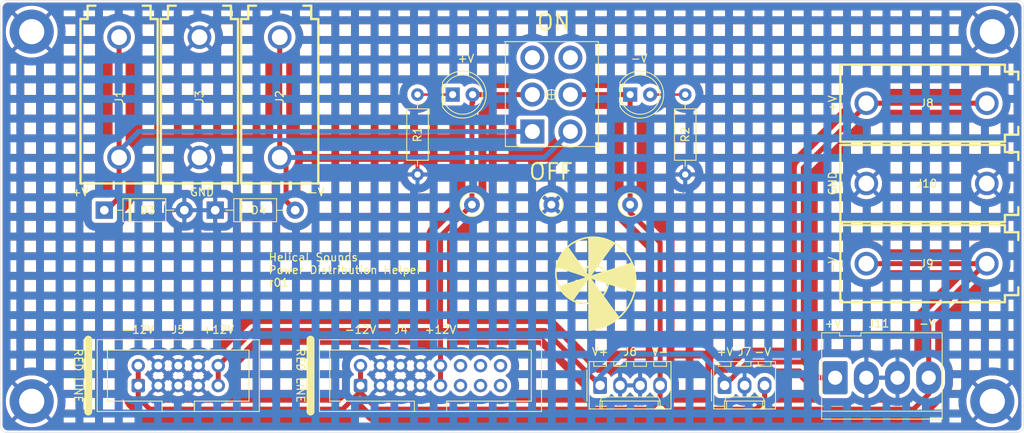
<source format=kicad_pcb>
(kicad_pcb (version 20240108) (generator "pcbnew") (generator_version "8.0")
  (title_block (title "Power Distribution Helper") (date "2025-02-13") (rev "r01") (company "Helical Sounds") (comment 2 "creativecommons.org/licenses/by/4.0") (comment 3 "License: CC BY 4.0") (comment 4 "Author: Guy John"))
  (layers (0 "F.Cu" signal) (31 "B.Cu" signal) (36 "B.SilkS" user "B.Silkscreen") (37 "F.SilkS" user "F.Silkscreen") (38 "B.Mask" user) (39 "F.Mask" user) (44 "Edge.Cuts" user))
  (net 0 "")
  (net 1 "Net-(D1-K)")
  (net 2 "+12V")
  (net 3 "Net-(D2-A)")
  (net 4 "-12V")
  (net 5 "Net-(D3-K)")
  (net 6 "GND")
  (net 7 "Net-(D4-A)")
  (footprint "Rumblesan_Audio_Connectors:Deltron_571_PCB_BananaJack" (layer "F.Cu") (at 194.3 83.1)
    (property "Reference" "J8" (at -7.62 0 0) (layer "F.SilkS"))
    (property "Value" "Banana Socket PCBMount")
    (fp_line (start -18.6 -4.9) (end 2.3 -4.9) (stroke (width 0.3)) (layer "F.SilkS"))
    (fp_line (start -18.6 4.9) (end -18.6 -4.9) (stroke (width 0.3)) (layer "F.SilkS"))
    (fp_line (start 2.3 -4.9) (end 2.3 -4) (stroke (width 0.3)) (layer "F.SilkS"))
    (fp_line (start 2.3 -4) (end 4 -4) (stroke (width 0.3)) (layer "F.SilkS"))
    (fp_line (start 2.3 4) (end 2.3 4.9) (stroke (width 0.3)) (layer "F.SilkS"))
    (fp_line (start 2.3 4.9) (end -18.6 4.9) (stroke (width 0.3)) (layer "F.SilkS"))
    (fp_line (start 4 -4) (end 4 -3) (stroke (width 0.3)) (layer "F.SilkS"))
    (fp_line (start 4 3) (end 4 4) (stroke (width 0.3)) (layer "F.SilkS"))
    (fp_line (start 4 4) (end 2.3 4) (stroke (width 0.3)) (layer "F.SilkS"))
    (pad "1" thru_hole circle (at -15.3 0) (size 3 3) (drill 2) (layers "*.Cu" "*.Mask") (net 2 "+12V"))
    (pad "1" thru_hole circle (at 0 0) (size 3 3) (drill 2) (layers "*.Cu" "*.Mask") (net 2 "+12V"))
  )
  (footprint "MountingHole:MountingHole_3.2mm_M3_DIN965_Pad" (layer "F.Cu") (at 195 74)
    (property "Reference" "H3" (hide yes))
    (property "Value" "MountingHole_Pad" (hide yes))
    (pad "1" thru_hole circle (at 0 0) (size 5.6 5.6) (drill 3.2) (layers "*.Cu" "*.Mask") (net 6 "GND"))
  )
  (footprint "Rumblesan_Standard_Parts:TestPoint_Loop_D2.50mm_Drill1.0mm_LowProfile" (layer "F.Cu") (at 139 96)
    (property "Reference" "TP3" (hide yes))
    (property "Value" "TestPoint" (hide yes))
    (fp_circle (center 0 0) (end 1.5 0) (stroke (width 0.12)) (fill none) (layer "F.SilkS"))
    (pad "1" thru_hole circle (at 0 0) (size 2 2) (drill 1) (layers "*.Cu" "*.Mask") (net 6 "GND"))
  )
  (footprint "Rumblesan_Audio_Connectors:Deltron_571_PCB_BananaJack" (layer "F.Cu") (at 194.3 103.5)
    (property "Reference" "J9" (at -7.62 0 0) (layer "F.SilkS"))
    (property "Value" "Banana Socket PCBMount")
    (fp_line (start -18.6 -4.9) (end 2.3 -4.9) (stroke (width 0.3)) (layer "F.SilkS"))
    (fp_line (start -18.6 4.9) (end -18.6 -4.9) (stroke (width 0.3)) (layer "F.SilkS"))
    (fp_line (start 2.3 -4.9) (end 2.3 -4) (stroke (width 0.3)) (layer "F.SilkS"))
    (fp_line (start 2.3 -4) (end 4 -4) (stroke (width 0.3)) (layer "F.SilkS"))
    (fp_line (start 2.3 4) (end 2.3 4.9) (stroke (width 0.3)) (layer "F.SilkS"))
    (fp_line (start 2.3 4.9) (end -18.6 4.9) (stroke (width 0.3)) (layer "F.SilkS"))
    (fp_line (start 4 -4) (end 4 -3) (stroke (width 0.3)) (layer "F.SilkS"))
    (fp_line (start 4 3) (end 4 4) (stroke (width 0.3)) (layer "F.SilkS"))
    (fp_line (start 4 4) (end 2.3 4) (stroke (width 0.3)) (layer "F.SilkS"))
    (pad "1" thru_hole circle (at -15.3 0) (size 3 3) (drill 2) (layers "*.Cu" "*.Mask") (net 4 "-12V"))
    (pad "1" thru_hole circle (at 0 0) (size 3 3) (drill 2) (layers "*.Cu" "*.Mask") (net 4 "-12V"))
  )
  (footprint "MountingHole:MountingHole_3.2mm_M3_DIN965_Pad" (layer "F.Cu") (at 73 74)
    (property "Reference" "H1" (hide yes))
    (property "Value" "MountingHole_Pad" (hide yes))
    (pad "1" thru_hole circle (at 0 0) (size 5.6 5.6) (drill 3.2) (layers "*.Cu" "*.Mask") (net 6 "GND"))
  )
  (footprint "Rumblesan_Standard_Parts:SW_DPDT_DailyWell_MiniToggle" (layer "F.Cu") (at 139 82 90)
    (property "Reference" "SW1" (hide yes))
    (property "Value" "SW_DPDT_x2" (hide yes))
    (fp_line (start 6.731 -5.969) (end 6.731 5.969) (stroke (width 0.12)) (layer "F.SilkS"))
    (fp_line (start -6.604 -5.842) (end 6.604 -5.842) (stroke (width 0.12)) (layer "F.SilkS"))
    (fp_line (start 0 -0.635) (end 0 0.635) (stroke (width 0.12)) (layer "F.SilkS"))
    (fp_line (start 0.635 0) (end -0.635 0) (stroke (width 0.12)) (layer "F.SilkS"))
    (fp_line (start -6.604 5.842) (end -6.604 -5.842) (stroke (width 0.12)) (layer "F.SilkS"))
    (fp_line (start 6.731 5.969) (end -6.731 5.969) (stroke (width 0.12)) (layer "F.SilkS"))
    (fp_circle (center 0 0) (end 0.635 0) (stroke (width 0.12)) (fill none) (layer "F.SilkS"))
    (pad "1" thru_hole rect (at -4.699 -2.413 90) (size 3.048 3.048) (drill 1.905) (layers "*.Cu" "*.Mask") (net 5 "Net-(D3-K)"))
    (pad "2" thru_hole circle (at 0 -2.413 90) (size 3.048 3.048) (drill 1.905) (layers "*.Cu" "*.Mask") (net 2 "+12V"))
    (pad "3" thru_hole circle (at 4.699 -2.413 90) (size 3.048 3.048) (drill 1.905) (layers "*.Cu" "*.Mask"))
    (pad "4" thru_hole circle (at -4.699 2.413 90) (size 3.048 3.048) (drill 1.905) (layers "*.Cu" "*.Mask") (net 7 "Net-(D4-A)"))
    (pad "5" thru_hole circle (at 0 2.413 90) (size 3.048 3.048) (drill 1.905) (layers "*.Cu" "*.Mask") (net 4 "-12V"))
    (pad "6" thru_hole circle (at 4.699 2.413 90) (size 3.048 3.048) (drill 1.905) (layers "*.Cu" "*.Mask"))
  )
  (footprint "Rumblesan_Standard_Parts:R_Axial_DIN0207_L6.3mm_D2.5mm_P10.16mm_Horizontal" (layer "F.Cu") (at 156 82 -90)
    (property "Reference" "R2" (at 5.08 0 90) (layer "F.SilkS"))
    (property "Value" "2k2")
    (fp_line (start 1.81 1.37) (end 8.35 1.37) (stroke (width 0.12)) (layer "F.SilkS"))
    (fp_line (start 8.35 1.37) (end 8.35 -1.37) (stroke (width 0.12)) (layer "F.SilkS"))
    (fp_line (start 1.04 0) (end 1.81 0) (stroke (width 0.12)) (layer "F.SilkS"))
    (fp_line (start 9.12 0) (end 8.35 0) (stroke (width 0.12)) (layer "F.SilkS"))
    (fp_line (start 1.81 -1.37) (end 1.81 1.37) (stroke (width 0.12)) (layer "F.SilkS"))
    (fp_line (start 8.35 -1.37) (end 1.81 -1.37) (stroke (width 0.12)) (layer "F.SilkS"))
    (pad "1" thru_hole circle (at 0 0 270) (size 1.6 1.6) (drill 0.8) (layers "*.Cu" "*.Mask") (net 3 "Net-(D2-A)"))
    (pad "2" thru_hole oval (at 10.16 0 270) (size 1.6 1.6) (drill 0.8) (layers "*.Cu" "*.Mask") (net 6 "GND"))
  )
  (footprint "Rumblesan_Audio_Connectors:Deltron_571_PCB_BananaJack" (layer "F.Cu") (at 84.1 74.7 90)
    (property "Reference" "J1" (at -7.62 0 90) (layer "F.SilkS"))
    (property "Value" "Banana Socket PCBMount")
    (fp_line (start 2.3 -4.9) (end 2.3 -4) (stroke (width 0.3)) (layer "F.SilkS"))
    (fp_line (start -18.6 -4.9) (end 2.3 -4.9) (stroke (width 0.3)) (layer "F.SilkS"))
    (fp_line (start 4 -4) (end 4 -3) (stroke (width 0.3)) (layer "F.SilkS"))
    (fp_line (start 2.3 -4) (end 4 -4) (stroke (width 0.3)) (layer "F.SilkS"))
    (fp_line (start 4 3) (end 4 4) (stroke (width 0.3)) (layer "F.SilkS"))
    (fp_line (start 4 4) (end 2.3 4) (stroke (width 0.3)) (layer "F.SilkS"))
    (fp_line (start 2.3 4) (end 2.3 4.9) (stroke (width 0.3)) (layer "F.SilkS"))
    (fp_line (start 2.3 4.9) (end -18.6 4.9) (stroke (width 0.3)) (layer "F.SilkS"))
    (fp_line (start -18.6 4.9) (end -18.6 -4.9) (stroke (width 0.3)) (layer "F.SilkS"))
    (pad "1" thru_hole circle (at -15.3 0 90) (size 3 3) (drill 2) (layers "*.Cu" "*.Mask") (net 5 "Net-(D3-K)"))
    (pad "1" thru_hole circle (at 0 0 90) (size 3 3) (drill 2) (layers "*.Cu" "*.Mask") (net 5 "Net-(D3-K)"))
  )
  (footprint "Rumblesan_Standard_Parts:TestPoint_Loop_D2.50mm_Drill1.0mm_LowProfile" (layer "F.Cu") (at 128.913 96)
    (property "Reference" "TP1" (hide yes))
    (property "Value" "TestPoint" (hide yes))
    (fp_circle (center 0 0) (end 1.5 0) (stroke (width 0.12)) (fill none) (layer "F.SilkS"))
    (pad "1" thru_hole circle (at 0 0) (size 2 2) (drill 1) (layers "*.Cu" "*.Mask") (net 2 "+12V"))
  )
  (footprint "Rumblesan_Audio_Connectors:Deltron_571_PCB_BananaJack" (layer "F.Cu") (at 94.305 74.7 90)
    (property "Reference" "J3" (at -7.62 0 90) (layer "F.SilkS"))
    (property "Value" "Banana Socket PCBMount")
    (fp_line (start 2.3 -4.9) (end 2.3 -4) (stroke (width 0.3)) (layer "F.SilkS"))
    (fp_line (start -18.6 -4.9) (end 2.3 -4.9) (stroke (width 0.3)) (layer "F.SilkS"))
    (fp_line (start 4 -4) (end 4 -3) (stroke (width 0.3)) (layer "F.SilkS"))
    (fp_line (start 2.3 -4) (end 4 -4) (stroke (width 0.3)) (layer "F.SilkS"))
    (fp_line (start 4 3) (end 4 4) (stroke (width 0.3)) (layer "F.SilkS"))
    (fp_line (start 4 4) (end 2.3 4) (stroke (width 0.3)) (layer "F.SilkS"))
    (fp_line (start 2.3 4) (end 2.3 4.9) (stroke (width 0.3)) (layer "F.SilkS"))
    (fp_line (start 2.3 4.9) (end -18.6 4.9) (stroke (width 0.3)) (layer "F.SilkS"))
    (fp_line (start -18.6 4.9) (end -18.6 -4.9) (stroke (width 0.3)) (layer "F.SilkS"))
    (pad "1" thru_hole circle (at -15.3 0 90) (size 3 3) (drill 2) (layers "*.Cu" "*.Mask") (net 6 "GND"))
    (pad "1" thru_hole circle (at 0 0 90) (size 3 3) (drill 2) (layers "*.Cu" "*.Mask") (net 6 "GND"))
  )
  (footprint "Rumblesan_Eurorack_Power:Eurorack_Power_IDC-Header_2x05_P2.54mm_Vertical" (layer "F.Cu") (at 86.5325 119 90)
    (property "Reference" "J5" (at 7.1 5.0675 180) (layer "F.SilkS"))
    (property "Value" "Conn_02x05_Odd_Even" (hide yes))
    (fp_line (start -3.302 -6.35) (end 5.842 -6.35) (stroke (width 1)) (layer "F.SilkS"))
    (fp_line (start 5.83 -5.21) (end 5.83 15.37) (stroke (width 0.12)) (layer "F.SilkS"))
    (fp_line (start -3.29 -5.21) (end 5.83 -5.21) (stroke (width 0.12)) (layer "F.SilkS"))
    (fp_line (start 4.52 -3.91) (end 4.52 14.07) (stroke (width 0.12)) (layer "F.SilkS"))
    (fp_line (start -1.98 -3.91) (end 4.52 -3.91) (stroke (width 0.12)) (layer "F.SilkS"))
    (fp_line (start -1.98 3.03) (end -1.98 -3.91) (stroke (width 0.12)) (layer "F.SilkS"))
    (fp_line (start -3.29 3.03) (end -1.98 3.03) (stroke (width 0.12)) (layer "F.SilkS"))
    (fp_line (start -1.98 7.13) (end -1.98 7.13) (stroke (width 0.12)) (layer "F.SilkS"))
    (fp_line (start -1.98 7.13) (end -3.29 7.13) (stroke (width 0.12)) (layer "F.SilkS"))
    (fp_line (start 4.52 14.07) (end -1.98 14.07) (stroke (width 0.12)) (layer "F.SilkS"))
    (fp_line (start -1.98 14.07) (end -1.98 7.13) (stroke (width 0.12)) (layer "F.SilkS"))
    (fp_line (start 5.83 15.37) (end -3.29 15.37) (stroke (width 0.12)) (layer "F.SilkS"))
    (fp_line (start -3.29 15.37) (end -3.29 -5.21) (stroke (width 0.12)) (layer "F.SilkS"))
    (fp_text user "RED LINE" (at 1.27 -7.62 -90) (layer "F.SilkS"))
    (fp_text user "+12V" (at 7.1 10.16 0) (layer "F.SilkS"))
    (fp_text user "-12V" (at 7.1 0 0) (layer "F.SilkS"))
    (pad "1" thru_hole roundrect (at 0 0 90) (size 1.7 1.7) (drill 1) (layers "*.Cu" "*.Mask") (roundrect_rratio 0.147059) (net 4 "-12V"))
    (pad "2" thru_hole circle (at 2.54 0 90) (size 1.7 1.7) (drill 1) (layers "*.Cu" "*.Mask") (net 4 "-12V"))
    (pad "3" thru_hole circle (at 0 2.54 90) (size 1.7 1.7) (drill 1) (layers "*.Cu" "*.Mask") (net 6 "GND"))
    (pad "4" thru_hole circle (at 2.54 2.54 90) (size 1.7 1.7) (drill 1) (layers "*.Cu" "*.Mask") (net 6 "GND"))
    (pad "5" thru_hole circle (at 0 5.08 90) (size 1.7 1.7) (drill 1) (layers "*.Cu" "*.Mask") (net 6 "GND"))
    (pad "6" thru_hole circle (at 2.54 5.08 90) (size 1.7 1.7) (drill 1) (layers "*.Cu" "*.Mask") (net 6 "GND"))
    (pad "7" thru_hole circle (at 0 7.62 90) (size 1.7 1.7) (drill 1) (layers "*.Cu" "*.Mask") (net 6 "GND"))
    (pad "8" thru_hole circle (at 2.54 7.62 90) (size 1.7 1.7) (drill 1) (layers "*.Cu" "*.Mask") (net 6 "GND"))
    (pad "9" thru_hole circle (at 0 10.16 90) (size 1.7 1.7) (drill 1) (layers "*.Cu" "*.Mask") (net 2 "+12V"))
    (pad "10" thru_hole circle (at 2.54 10.16 90) (size 1.7 1.7) (drill 1) (layers "*.Cu" "*.Mask") (net 2 "+12V"))
  )
  (footprint "Rumblesan_Standard_Parts:D_DO-41_SOD81_P10.16mm_Horizontal" (layer "F.Cu") (at 96.305 96.7)
    (property "Reference" "D4" (at 5.5118 0 0) (layer "F.SilkS"))
    (property "Value" "1N4001")
    (fp_line (start 1.34 0) (end 2.36 0) (stroke (width 0.12)) (layer "F.SilkS"))
    (fp_line (start 2.36 -1.47) (end 2.36 1.47) (stroke (width 0.12)) (layer "F.SilkS"))
    (fp_line (start 2.36 1.47) (end 7.8 1.47) (stroke (width 0.12)) (layer "F.SilkS"))
    (fp_line (start 3.14 -1.47) (end 3.14 1.47) (stroke (width 0.12)) (layer "F.SilkS"))
    (fp_line (start 3.26 -1.47) (end 3.26 1.47) (stroke (width 0.12)) (layer "F.SilkS"))
    (fp_line (start 3.38 -1.47) (end 3.38 1.47) (stroke (width 0.12)) (layer "F.SilkS"))
    (fp_line (start 7.8 -1.47) (end 2.36 -1.47) (stroke (width 0.12)) (layer "F.SilkS"))
    (fp_line (start 7.8 1.47) (end 7.8 -1.47) (stroke (width 0.12)) (layer "F.SilkS"))
    (fp_line (start 8.82 0) (end 7.8 0) (stroke (width 0.12)) (layer "F.SilkS"))
    (pad "1" thru_hole rect (at 0 0) (size 2.2 2.2) (drill 1.1) (layers "*.Cu" "*.Mask") (net 6 "GND"))
    (pad "2" thru_hole oval (at 10.16 0) (size 2.2 2.2) (drill 1.1) (layers "*.Cu" "*.Mask") (net 7 "Net-(D4-A)"))
  )
  (footprint "Connector_Molex:Molex_KK-254_AE-6410-03A_1x03_P2.54mm_Vertical" (layer "F.Cu") (at 161 118.98)
    (property "Reference" "J7" (at 2.54 -4.28 0) (layer "F.SilkS"))
    (property "Value" "Conn_01x03")
    (fp_line (start -1.67 -2) (end -1.67 2) (stroke (width 0.12)) (layer "F.SilkS"))
    (fp_line (start -1.38 -3.03) (end -1.38 2.99) (stroke (width 0.12)) (layer "F.SilkS"))
    (fp_line (start -1.38 2.99) (end 6.46 2.99) (stroke (width 0.12)) (layer "F.SilkS"))
    (fp_line (start -0.8 -3.03) (end -0.8 -2.43) (stroke (width 0.12)) (layer "F.SilkS"))
    (fp_line (start -0.8 -2.43) (end 0.8 -2.43) (stroke (width 0.12)) (layer "F.SilkS"))
    (fp_line (start 0 1.99) (end 0.25 1.46) (stroke (width 0.12)) (layer "F.SilkS"))
    (fp_line (start 0 1.99) (end 5.08 1.99) (stroke (width 0.12)) (layer "F.SilkS"))
    (fp_line (start 0 2.99) (end 0 1.99) (stroke (width 0.12)) (layer "F.SilkS"))
    (fp_line (start 0.25 1.46) (end 4.83 1.46) (stroke (width 0.12)) (layer "F.SilkS"))
    (fp_line (start 0.25 2.99) (end 0.25 1.99) (stroke (width 0.12)) (layer "F.SilkS"))
    (fp_line (start 0.8 -2.43) (end 0.8 -3.03) (stroke (width 0.12)) (layer "F.SilkS"))
    (fp_line (start 1.74 -3.03) (end 1.74 -2.43) (stroke (width 0.12)) (layer "F.SilkS"))
    (fp_line (start 1.74 -2.43) (end 3.34 -2.43) (stroke (width 0.12)) (layer "F.SilkS"))
    (fp_line (start 3.34 -2.43) (end 3.34 -3.03) (stroke (width 0.12)) (layer "F.SilkS"))
    (fp_line (start 4.28 -3.03) (end 4.28 -2.43) (stroke (width 0.12)) (layer "F.SilkS"))
    (fp_line (start 4.28 -2.43) (end 5.88 -2.43) (stroke (width 0.12)) (layer "F.SilkS"))
    (fp_line (start 4.83 1.46) (end 5.08 1.99) (stroke (width 0.12)) (layer "F.SilkS"))
    (fp_line (start 4.83 2.99) (end 4.83 1.99) (stroke (width 0.12)) (layer "F.SilkS"))
    (fp_line (start 5.08 1.99) (end 5.08 2.99) (stroke (width 0.12)) (layer "F.SilkS"))
    (fp_line (start 5.88 -2.43) (end 5.88 -3.03) (stroke (width 0.12)) (layer "F.SilkS"))
    (fp_line (start 6.46 -3.03) (end -1.38 -3.03) (stroke (width 0.12)) (layer "F.SilkS"))
    (fp_line (start 6.46 2.99) (end 6.46 -3.03) (stroke (width 0.12)) (layer "F.SilkS"))
    (pad "1" thru_hole roundrect (at 0 0) (size 1.74 2.19) (drill 1.19) (layers "*.Cu" "*.Mask") (roundrect_rratio 0.143678) (net 2 "+12V"))
    (pad "2" thru_hole oval (at 2.54 0) (size 1.74 2.19) (drill 1.19) (layers "*.Cu" "*.Mask") (net 6 "GND"))
    (pad "3" thru_hole oval (at 5.08 0) (size 1.74 2.19) (drill 1.19) (layers "*.Cu" "*.Mask") (net 4 "-12V"))
  )
  (footprint "Rumblesan_4U_Power:4u_Power_Molex_KK-254_22-27-2041_1x04_P2.54mm_Vertical" (layer "F.Cu") (at 145.19 118.98)
    (property "Reference" "J6" (at 3.81 -4.28 0) (layer "F.SilkS"))
    (property "Value" "4U_Power")
    (fp_line (start -1.67 -2) (end -1.67 2) (stroke (width 0.12)) (layer "F.SilkS"))
    (fp_line (start -1.38 -3.03) (end -1.38 2.99) (stroke (width 0.12)) (layer "F.SilkS"))
    (fp_line (start -1.38 2.99) (end 9 2.99) (stroke (width 0.12)) (layer "F.SilkS"))
    (fp_line (start -0.8 -3.03) (end -0.8 -2.43) (stroke (width 0.12)) (layer "F.SilkS"))
    (fp_line (start -0.8 -2.43) (end 0.8 -2.43) (stroke (width 0.12)) (layer "F.SilkS"))
    (fp_line (start 0 1.99) (end 0.25 1.46) (stroke (width 0.12)) (layer "F.SilkS"))
    (fp_line (start 0 1.99) (end 7.62 1.99) (stroke (width 0.12)) (layer "F.SilkS"))
    (fp_line (start 0 2.99) (end 0 1.99) (stroke (width 0.12)) (layer "F.SilkS"))
    (fp_line (start 0.25 1.46) (end 7.37 1.46) (stroke (width 0.12)) (layer "F.SilkS"))
    (fp_line (start 0.25 2.99) (end 0.25 1.99) (stroke (width 0.12)) (layer "F.SilkS"))
    (fp_line (start 0.8 -2.43) (end 0.8 -3.03) (stroke (width 0.12)) (layer "F.SilkS"))
    (fp_line (start 1.74 -3.03) (end 1.74 -2.43) (stroke (width 0.12)) (layer "F.SilkS"))
    (fp_line (start 1.74 -2.43) (end 3.34 -2.43) (stroke (width 0.12)) (layer "F.SilkS"))
    (fp_line (start 3.34 -2.43) (end 3.34 -3.03) (stroke (width 0.12)) (layer "F.SilkS"))
    (fp_line (start 4.28 -3.03) (end 4.28 -2.43) (stroke (width 0.12)) (layer "F.SilkS"))
    (fp_line (start 4.28 -2.43) (end 5.88 -2.43) (stroke (width 0.12)) (layer "F.SilkS"))
    (fp_line (start 5.88 -2.43) (end 5.88 -3.03) (stroke (width 0.12)) (layer "F.SilkS"))
    (fp_line (start 6.82 -3.03) (end 6.82 -2.43) (stroke (width 0.12)) (layer "F.SilkS"))
    (fp_line (start 6.82 -2.43) (end 8.42 -2.43) (stroke (width 0.12)) (layer "F.SilkS"))
    (fp_line (start 7.37 1.46) (end 7.62 1.99) (stroke (width 0.12)) (layer "F.SilkS"))
    (fp_line (start 7.37 2.99) (end 7.37 1.99) (stroke (width 0.12)) (layer "F.SilkS"))
    (fp_line (start 7.62 1.99) (end 7.62 2.99) (stroke (width 0.12)) (layer "F.SilkS"))
    (fp_line (start 8.42 -2.43) (end 8.42 -3.03) (stroke (width 0.12)) (layer "F.SilkS"))
    (fp_line (start 9 -3.03) (end -1.38 -3.03) (stroke (width 0.12)) (layer "F.SilkS"))
    (fp_line (start 9 2.99) (end 9 -3.03) (stroke (width 0.12)) (layer "F.SilkS"))
    (fp_text user "V-" (at 7.61 -4.28 0) (layer "F.SilkS"))
    (fp_text user "V+" (at 0.01 -4.28 0) (layer "F.SilkS"))
    (pad "1" thru_hole roundrect (at 0 0) (size 1.74 2.19) (drill 1.19) (layers "*.Cu" "*.Mask") (roundrect_rratio 0.143678) (net 2 "+12V"))
    (pad "2" thru_hole oval (at 2.54 0) (size 1.74 2.19) (drill 1.19) (layers "*.Cu" "*.Mask") (net 6 "GND"))
    (pad "3" thru_hole oval (at 5.08 0) (size 1.74 2.19) (drill 1.19) (layers "*.Cu" "*.Mask") (net 6 "GND"))
    (pad "4" thru_hole oval (at 7.62 0) (size 1.74 2.19) (drill 1.19) (layers "*.Cu" "*.Mask") (net 4 "-12V"))
  )
  (footprint "Rumblesan_Standard_Parts:D_DO-41_SOD81_P10.16mm_Horizontal" (layer "F.Cu") (at 82.225 96.7)
    (property "Reference" "D3" (at 5.5118 0 0) (layer "F.SilkS"))
    (property "Value" "1N4001")
    (fp_line (start 1.34 0) (end 2.36 0) (stroke (width 0.12)) (layer "F.SilkS"))
    (fp_line (start 2.36 -1.47) (end 2.36 1.47) (stroke (width 0.12)) (layer "F.SilkS"))
    (fp_line (start 2.36 1.47) (end 7.8 1.47) (stroke (width 0.12)) (layer "F.SilkS"))
    (fp_line (start 3.14 -1.47) (end 3.14 1.47) (stroke (width 0.12)) (layer "F.SilkS"))
    (fp_line (start 3.26 -1.47) (end 3.26 1.47) (stroke (width 0.12)) (layer "F.SilkS"))
    (fp_line (start 3.38 -1.47) (end 3.38 1.47) (stroke (width 0.12)) (layer "F.SilkS"))
    (fp_line (start 7.8 -1.47) (end 2.36 -1.47) (stroke (width 0.12)) (layer "F.SilkS"))
    (fp_line (start 7.8 1.47) (end 7.8 -1.47) (stroke (width 0.12)) (layer "F.SilkS"))
    (fp_line (start 8.82 0) (end 7.8 0) (stroke (width 0.12)) (layer "F.SilkS"))
    (pad "1" thru_hole rect (at 0 0) (size 2.2 2.2) (drill 1.1) (layers "*.Cu" "*.Mask") (net 5 "Net-(D3-K)"))
    (pad "2" thru_hole oval (at 10.16 0) (size 2.2 2.2) (drill 1.1) (layers "*.Cu" "*.Mask") (net 6 "GND"))
  )
  (footprint "Rumblesan_Standard_Parts:R_Axial_DIN0207_L6.3mm_D2.5mm_P10.16mm_Horizontal" (layer "F.Cu") (at 122 82 -90)
    (property "Reference" "R1" (at 5.08 0 90) (layer "F.SilkS"))
    (property "Value" "2k2")
    (fp_line (start 1.81 1.37) (end 8.35 1.37) (stroke (width 0.12)) (layer "F.SilkS"))
    (fp_line (start 8.35 1.37) (end 8.35 -1.37) (stroke (width 0.12)) (layer "F.SilkS"))
    (fp_line (start 1.04 0) (end 1.81 0) (stroke (width 0.12)) (layer "F.SilkS"))
    (fp_line (start 9.12 0) (end 8.35 0) (stroke (width 0.12)) (layer "F.SilkS"))
    (fp_line (start 1.81 -1.37) (end 1.81 1.37) (stroke (width 0.12)) (layer "F.SilkS"))
    (fp_line (start 8.35 -1.37) (end 1.81 -1.37) (stroke (width 0.12)) (layer "F.SilkS"))
    (pad "1" thru_hole circle (at 0 0 270) (size 1.6 1.6) (drill 0.8) (layers "*.Cu" "*.Mask") (net 1 "Net-(D1-K)"))
    (pad "2" thru_hole oval (at 10.16 0 270) (size 1.6 1.6) (drill 0.8) (layers "*.Cu" "*.Mask") (net 6 "GND"))
  )
  (footprint "MountingHole:MountingHole_3.2mm_M3_DIN965_Pad" (layer "F.Cu") (at 195 121)
    (property "Reference" "H4" (hide yes))
    (property "Value" "MountingHole_Pad" (hide yes))
    (pad "1" thru_hole circle (at 0 0) (size 5.6 5.6) (drill 3.2) (layers "*.Cu" "*.Mask") (net 6 "GND"))
  )
  (footprint "Rumblesan_Panel_Graphics:Logo_Ammonite-simple_small_10.4mmx12.0mm" (layer "F.Cu") (at 144 105)
    (property "Reference" "G***" (hide yes))
    (property "Value" "LOGO" (hide yes))
    (fp_poly (pts (xy 1.032799 -4.917203) (xy 1.602938 -4.803894) (xy 1.950328 -4.702154) (xy 2.511868 -4.481942) (xy 3.043657 -4.203555) (xy 3.541437 -3.871283) (xy 4.000951 -3.489415) (xy 4.417944 -3.06224) (xy 4.788157 -2.594048) (xy 5.107334 -2.089128) (xy 5.371218 -1.551771) (xy 5.547304 -1.07762) (xy 5.705433 -0.47201) (xy 5.79761 0.14295) (xy 5.82422 0.762934) (xy 5.785649 1.383615) (xy 5.682283 2.000669) (xy 5.514507 2.609767) (xy 5.282707 3.206585) (xy 5.138453 3.507792) (xy 4.807993 4.082105) (xy 4.426498 4.614309) (xy 3.997568 5.101669) (xy 3.524802 5.541449) (xy 3.011799 5.930913) (xy 2.46216 6.267326) (xy 1.879485 6.547954) (xy 1.267372 6.77006) (xy 0.635371 6.929721) (xy 0.397238 6.974242) (xy 0.180809 7.00876) (xy -0.004619 7.032246) (xy -0.149747 7.043669) (xy -0.24528 7.041998) (xy -0.27923 7.031103) (xy -0.284232 6.993104) (xy -0.288909 6.893944) (xy -0.293163 6.740195) (xy -0.296897 6.538429) (xy -0.300012 6.295218) (xy -0.302409 6.017133) (xy -0.303992 5.710748) (xy -0.304662 5.382634) (xy -0.304678 5.326002) (xy -0.304726 3.64678) (xy -0.787278 3.642638) (xy -1.158825 3.625497) (xy -1.491225 3.577387) (xy -1.808015 3.492995) (xy -2.132731 3.367012) (xy -2.252891 3.311977) (xy -2.606381 3.117184) (xy -2.167297 3.117184) (xy -2.136343 3.149546) (xy -2.051759 3.192674) (xy -1.92596 3.242309) (xy -1.77136 3.294189) (xy -1.600375 3.344054) (xy -1.42542 3.387644) (xy -1.308431 3.411919) (xy -1.195701 3.427182) (xy -1.049986 3.438675) (xy -0.886274 3.446222) (xy -0.71955 3.449648) (xy -0.5648 3.448777) (xy -0.437012 3.443434) (xy -0.35117 3.433443) (xy -0.323927 3.423453) (xy -0.319864 3.386366) (xy -0.316488 3.28866) (xy -0.313854 3.137446) (xy -0.312017 2.939835) (xy -0.311032 2.702938) (xy -0.31101 2.626808) (xy 1.684212 2.626808) (xy 1.718205 2.677566) (xy 1.785793 2.773435) (xy 1.882204 2.907923) (xy 2.002668 3.074541) (xy 2.142412 3.266797) (xy 2.296664 3.478201) (xy 2.460654 3.702263) (xy 2.62961 3.932492) (xy 2.798759 4.162397) (xy 2.963332 4.385489) (xy 3.118555 4.595276) (xy 3.259657 4.785269) (xy 3.381867 4.948976) (xy 3.480414 5.079907) (xy 3.550525 5.171572) (xy 3.587429 5.21748) (xy 3.59179 5.22158) (xy 3.623503 5.198507) (xy 3.690449 5.136237) (xy 3.781757 5.045191) (xy 3.854667 4.969581) (xy 4.286587 4.470052) (xy 4.661763 3.941747) (xy 4.977562 3.389158) (xy 5.231351 2.816778) (xy 5.384822 2.358586) (xy 5.443801 2.154126) (xy 3.889878 1.650716) (xy 3.579962 1.550662) (xy 3.290171 1.457777) (xy 3.026769 1.37402) (xy 2.796022 1.301351) (xy 2.604195 1.241732) (xy 2.457551 1.197122) (xy 2.362357 1.169482) (xy 2.324877 1.160772) (xy 2.324586 1.16091) (xy 2.311475 1.198162) (xy 2.287607 1.2835) (xy 2.257938 1.399123) (xy 2.255308 1.409773) (xy 2.15443 1.720344) (xy 2.005668 2.040898) (xy 1.819984 2.347874) (xy 1.81652 2.352914) (xy 1.733843 2.482934) (xy 1.68868 2.576999) (xy 1.684212 2.626808) (xy -0.31101 2.626808) (xy -0.310954 2.433866) (xy -0.311837 2.139731) (xy -0.312725 1.974266) (xy -0.321563 0.545206) (xy -1.24443 1.814363) (xy -1.432233 2.073342) (xy -1.60721 2.315996) (xy -1.76542 2.536763) (xy -1.902924 2.730082) (xy -2.01578 2.890389) (xy -2.100051 3.012123) (xy -2.151794 3.089721) (xy -2.167297 3.117184) (xy -2.606381 3.117184) (xy -2.710638 3.059733) (xy -3.121547 2.761089) (xy -3.483816 2.420231) (xy -3.795646 2.041349) (xy -4.055236 1.628632) (xy -4.260787 1.186268) (xy -4.410496 0.718446) (xy -4.502566 0.229354) (xy -4.535194 -0.276818) (xy -4.530422 -0.363394) (xy -4.33396 -0.363394) (xy -4.329712 -0.160283) (xy -4.317644 0.04385) (xy -4.297452 0.237932) (xy -4.284197 0.327847) (xy -4.246355 0.52569) (xy -4.199548 0.722236) (xy -4.147335 0.906977) (xy -4.093275 1.069402) (xy -4.040927 1.199002) (xy -3.993849 1.28527) (xy -3.9556 1.317694) (xy -3.949319 1.316792) (xy -3.910482 1.303867) (xy -3.813544 1.272119) (xy -3.664838 1.223609) (xy -3.470695 1.160398) (xy -3.237449 1.084545) (xy -2.971432 0.998111) (xy -2.678977 0.903157) (xy -2.366416 0.801741) (xy -2.319697 0.786588) (xy -2.00563 0.684537) (xy -1.711522 0.588606) (xy -1.443591 0.500848) (xy -1.208054 0.423318) (xy -1.202224 0.421386) (xy 0.076634 0.421386) (xy 0.789339 1.399948) (xy 0.954589 1.625176) (xy 1.108278 1.831463) (xy 1.245701 2.012735) (xy 1.362152 2.162918) (xy 1.452926 2.275937) (xy 1.513317 2.345721) (xy 1.538171 2.366469) (xy 1.57325 2.334181) (xy 1.633008 2.259809) (xy 1.705585 2.1583) (xy 1.718564 2.139093) (xy 1.823353 1.96158) (xy 1.921924 1.756847) (xy 2.0054 1.546709) (xy 2.064905 1.352981) (xy 2.088726 1.229385) (xy 2.107183 1.072914) (xy 1.434677 0.856305) (xy 1.205046 0.782407) (xy 0.971598 0.707393) (xy 0.751412 0.636744) (xy 0.561567 0.575939) (xy 0.419402 0.530541) (xy 0.076634 0.421386) (xy -1.202224 0.421386) (xy -1.011127 0.358067) (xy -0.859028 0.307151) (xy -0.757973 0.272623) (xy -0.714181 0.256537) (xy -0.712912 0.25582) (xy -0.707817 0.235269) (xy -0.732205 0.208427) (xy -0.789934 0.173828) (xy -0.884864 0.130004) (xy -1.020855 0.075489) (xy -1.201767 0.008816) (xy -1.270567 -0.015236) (xy 0.10177 -0.015236) (xy 0.132184 -0.021926) (xy 0.216377 -0.046367) (xy 0.343777 -0.085177) (xy 0.503811 -0.134974) (xy 0.685905 -0.192375) (xy 0.879487 -0.254) (xy 1.073983 -0.316465) (xy 1.258822 -0.376389) (xy 1.423429 -0.430391) (xy 1.557233 -0.475087) (xy 1.64966 -0.507097) (xy 1.690137 -0.523038) (xy 1.690814 -0.523519) (xy 1.682953 -0.556793) (xy 1.6294 -0.617782) (xy 1.541466 -0.697618) (xy 1.430464 -0.787434) (xy 1.307706 -0.87836) (xy 1.184504 -0.96153) (xy 1.07217 -1.028075) (xy 1.006885 -1.059673) (xy 0.887583 -1.109521) (xy 0.494676 -0.568606) (xy 0.374327 -0.40232) (xy 0.268881 -0.255476) (xy 0.184366 -0.136563) (xy 0.126809 -0.054071) (xy 0.102238 -0.01649) (xy 0.10177 -0.015236) (xy -1.270567 -0.015236) (xy -1.431458 -0.071482) (xy -1.713788 -0.166873) (xy -2.052618 -0.278822) (xy -2.451806 -0.408797) (xy -2.517546 -0.430074) (xy -2.842193 -0.534816) (xy -2.996411 -0.584321) (xy -0.652315 -0.584321) (xy -0.487337 -0.356837) (xy -0.410833 -0.252713) (xy -0.350855 -0.173644) (xy -0.3172 -0.132452) (xy -0.313494 -0.129353) (xy -0.310205 -0.161129) (xy -0.307468 -0.248095) (xy -0.305535 -0.37771) (xy -0.304657 -0.53743) (xy -0.30463 -0.571926) (xy -0.30463 -1.014499) (xy -0.400633 -0.946139) (xy -0.475847 -0.873327) (xy -0.551015 -0.771415) (xy -0.574475 -0.73105) (xy -0.652315 -0.584321) (xy -2.996411 -0.584321) (xy -3.147935 -0.632961) (xy -3.428611 -0.722563) (xy -3.678063 -0.801682) (xy -3.89013 -0.868374) (xy -4.058654 -0.920697) (xy -4.177474 -0.956707) (xy -4.240431 -0.974463) (xy -4.248495 -0.97602) (xy -4.278804 -0.944132) (xy -4.302808 -0.855851) (xy -4.320204 -0.722252) (xy -4.330689 -0.554408) (xy -4.33396 -0.363394) (xy -4.530422 -0.363394) (xy -4.506581 -0.795884) (xy -4.414926 -1.323652) (xy -4.350841 -1.569089) (xy -4.180454 -2.042811) (xy -3.949264 -2.505533) (xy -3.664168 -2.948396) (xy -3.332064 -3.362542) (xy -3.119064 -3.578034) (xy -2.810764 -3.578034) (xy -2.79167 -3.547475) (xy -2.737418 -3.468564) (xy -2.652556 -3.347617) (xy -2.541627 -3.190949) (xy -2.409178 -3.004876) (xy -2.259755 -2.795713) (xy -2.097904 -2.569775) (xy -1.928169 -2.333377) (xy -1.755097 -2.092836) (xy -1.583234 -1.854465) (xy -1.417126 -1.624581) (xy -1.261317 -1.409499) (xy -1.120354 -1.215534) (xy -0.998783 -1.049002) (xy -0.901149 -0.916218) (xy -0.831998 -0.823497) (xy -0.795876 -0.777155) (xy -0.791731 -0.773016) (xy -0.772593 -0.798297) (xy -0.728493 -0.862712) (xy -0.700335 -0.904934) (xy -0.619126 -1.004067) (xy -0.512224 -1.105753) (xy -0.458768 -1.147742) (xy -0.30463 -1.258435) (xy -0.30463 -1.286745) (xy 1.016 -1.286745) (xy 1.239734 -1.161625) (xy 1.37345 -1.075998) (xy 1.524644 -0.962727) (xy 1.664534 -0.843646) (xy 1.688552 -0.821123) (xy 1.790272 -0.726438) (xy 1.874758 -0.652699) (xy 1.929571 -0.610533) (xy 1.941928 -0.604613) (xy 1.97885 -0.614555) (xy 2.073818 -0.643496) (xy 2.220487 -0.689414) (xy 2.412513 -0.750291) (xy 2.643553 -0.824104) (xy 2.907261 -0.908835) (xy 3.197295 -1.002463) (xy 3.50731 -1.102967) (xy 3.529544 -1.110191) (xy 3.840287 -1.211369) (xy 4.131013 -1.306417) (xy 4.395443 -1.393256) (xy 4.627296 -1.469804) (xy 4.820291 -1.533981) (xy 4.968148 -1.583706) (xy 5.064587 -1.616897) (xy 5.103328 -1.631475) (xy 5.103729 -1.631757) (xy 5.098675 -1.670879) (xy 5.062267 -1.756286) (xy 5.000086 -1.877486) (xy 4.917712 -2.023985) (xy 4.820724 -2.185291) (xy 4.750088 -2.29682) (xy 4.514631 -2.63002) (xy 4.24662 -2.957144) (xy 3.966721 -3.253701) (xy 3.849688 -3.364065) (xy 3.714975 -3.481196) (xy 3.567698 -3.601194) (xy 3.418225 -3.716535) (xy 3.276926 -3.819693) (xy 3.154167 -3.903146) (xy 3.060318 -3.959368) (xy 3.005746 -3.980836) (xy 3.000508 -3.980313) (xy 2.974821 -3.951832) (xy 2.913985 -3.874801) (xy 2.822631 -3.755493) (xy 2.705394 -3.600176) (xy 2.566907 -3.415121) (xy 2.411804 -3.206598) (xy 2.244717 -2.980877) (xy 2.07028 -2.744229) (xy 1.893127 -2.502923) (xy 1.717891 -2.263229) (xy 1.549205 -2.031419) (xy 1.391703 -1.813761) (xy 1.250017 -1.616526) (xy 1.15178 -1.478516) (xy 1.016 -1.286745) (xy -0.30463 -1.286745) (xy -0.30463 -2.996828) (xy -0.305241 -3.439) (xy -0.307089 -3.814503) (xy -0.310196 -4.124392) (xy -0.314581 -4.369721) (xy -0.320268 -4.551542) (xy -0.327277 -4.670911) (xy -0.335629 -4.728881) (xy -0.339925 -4.73522) (xy -0.388093 -4.728907) (xy -0.483781 -4.712189) (xy -0.608184 -4.68839) (xy -0.636258 -4.682792) (xy -1.13279 -4.553148) (xy -1.621135 -4.368077) (xy -2.081104 -4.13579) (xy -2.277612 -4.015337) (xy -2.455255 -3.894865) (xy -2.605273 -3.783937) (xy -2.719716 -3.689072) (xy -2.790637 -3.616789) (xy -2.810764 -3.578034) (xy -3.119064 -3.578034) (xy -2.959848 -3.739112) (xy -2.554418 -4.069246) (xy -2.245311 -4.273519) (xy -1.742935 -4.535607) (xy -1.215772 -4.736508) (xy -0.669221 -4.875669) (xy -0.108677 -4.95254) (xy 0.460462 -4.966568) (xy 1.032799 -4.917203)) (stroke (width 0.01)) (fill solid) (layer "F.SilkS"))
  )
  (footprint "Rumblesan_Standard_Parts:TestPoint_Loop_D2.50mm_Drill1.0mm_LowProfile" (layer "F.Cu") (at 149 96)
    (property "Reference" "TP2" (hide yes))
    (property "Value" "TestPoint" (hide yes))
    (fp_circle (center 0 0) (end 1.5 0) (stroke (width 0.12)) (fill none) (layer "F.SilkS"))
    (pad "1" thru_hole circle (at 0 0) (size 2 2) (drill 1) (layers "*.Cu" "*.Mask") (net 4 "-12V"))
  )
  (footprint "MountingHole:MountingHole_3.2mm_M3_DIN965_Pad" (layer "F.Cu") (at 73 121)
    (property "Reference" "H2" (hide yes))
    (property "Value" "MountingHole_Pad" (hide yes))
    (pad "1" thru_hole circle (at 0 0) (size 5.6 5.6) (drill 3.2) (layers "*.Cu" "*.Mask") (net 6 "GND"))
  )
  (footprint "LED_THT:LED_D5.0mm" (layer "F.Cu") (at 149 82)
    (property "Reference" "D2" (hide yes))
    (property "Value" "LED")
    (fp_line (start -1.29 -1.545) (end -1.29 1.545) (stroke (width 0.12)) (layer "F.SilkS"))
    (fp_arc (start -1.29 -1.54483) (mid 2.072002 -2.880433) (end 4.26 0.000462) (stroke (width 0.12)) (layer "F.SilkS"))
    (fp_arc (start 4.26 -0.000462) (mid 2.072002 2.880433) (end -1.29 1.54483) (stroke (width 0.12)) (layer "F.SilkS"))
    (fp_circle (center 1.27 0) (end 3.77 0) (stroke (width 0.12)) (fill none) (layer "F.SilkS"))
    (pad "1" thru_hole rect (at 0 0) (size 1.8 1.8) (drill 0.9) (layers "*.Cu" "*.Mask") (net 4 "-12V"))
    (pad "2" thru_hole circle (at 2.54 0) (size 1.8 1.8) (drill 0.9) (layers "*.Cu" "*.Mask") (net 3 "Net-(D2-A)"))
  )
  (footprint "Connector_Molex:Molex_KK-396_5273-04A_1x04_P3.96mm_Vertical" (layer "F.Cu") (at 175.04 118)
    (property "Reference" "J11" (at 5.56 -6.9 180) (layer "F.SilkS"))
    (property "Value" "Conn_01x04")
    (fp_line (start -2 -2) (end -2 2) (stroke (width 0.12)) (layer "F.SilkS"))
    (fp_line (start -1.71 -5.71) (end 0.57 -5.71) (stroke (width 0.12)) (layer "F.SilkS"))
    (fp_line (start -1.71 4.26) (end -1.71 -5.71) (stroke (width 0.12)) (layer "F.SilkS"))
    (fp_line (start -1.71 4.26) (end 13.59 4.26) (stroke (width 0.12)) (layer "F.SilkS"))
    (fp_line (start -1.71 5.26) (end -1.71 4.26) (stroke (width 0.12)) (layer "F.SilkS"))
    (fp_line (start 0.57 -5.71) (end 0.57 -5.31) (stroke (width 0.12)) (layer "F.SilkS"))
    (fp_line (start 0.57 -5.31) (end 3.27 -5.31) (stroke (width 0.12)) (layer "F.SilkS"))
    (fp_line (start 3.27 -5.71) (end 13.59 -5.71) (stroke (width 0.12)) (layer "F.SilkS"))
    (fp_line (start 3.27 -5.31) (end 3.27 -5.71) (stroke (width 0.12)) (layer "F.SilkS"))
    (fp_line (start 13.59 -5.71) (end 13.59 5.26) (stroke (width 0.12)) (layer "F.SilkS"))
    (fp_line (start 13.59 5.26) (end -1.71 5.26) (stroke (width 0.12)) (layer "F.SilkS"))
    (pad "1" thru_hole roundrect (at 0 0) (size 3.16 4.2) (drill 1.8) (layers "*.Cu" "*.Mask") (roundrect_rratio 0.079114) (net 2 "+12V"))
    (pad "2" thru_hole oval (at 3.96 0) (size 3.16 4.2) (drill 1.8) (layers "*.Cu" "*.Mask") (net 6 "GND"))
    (pad "3" thru_hole oval (at 7.92 0) (size 3.16 4.2) (drill 1.8) (layers "*.Cu" "*.Mask") (net 6 "GND"))
    (pad "4" thru_hole oval (at 11.88 0) (size 3.16 4.2) (drill 1.8) (layers "*.Cu" "*.Mask") (net 4 "-12V"))
  )
  (footprint "Rumblesan_Eurorack_Power:Eurorack_Power_IDC-Header_2x08_P2.54mm_Vertical" (layer "F.Cu") (at 114.76 119 90)
    (property "Reference" "J4" (at 7.1 5.14 0) (layer "F.SilkS"))
    (property "Value" "Conn_02x08_Odd_Even" (hide yes))
    (fp_line (start -3.302 -6.35) (end 5.842 -6.35) (stroke (width 1)) (layer "F.SilkS"))
    (fp_line (start 5.83 -5.21) (end 5.83 22.99) (stroke (width 0.12)) (layer "F.SilkS"))
    (fp_line (start -3.29 -5.21) (end 5.83 -5.21) (stroke (width 0.12)) (layer "F.SilkS"))
    (fp_line (start 4.52 -3.91) (end 4.52 21.69) (stroke (width 0.12)) (layer "F.SilkS"))
    (fp_line (start -1.98 -3.91) (end 4.52 -3.91) (stroke (width 0.12)) (layer "F.SilkS"))
    (fp_line (start -1.98 6.84) (end -1.98 -3.91) (stroke (width 0.12)) (layer "F.SilkS"))
    (fp_line (start -3.29 6.84) (end -1.98 6.84) (stroke (width 0.12)) (layer "F.SilkS"))
    (fp_line (start -1.98 10.94) (end -1.98 10.94) (stroke (width 0.12)) (layer "F.SilkS"))
    (fp_line (start -1.98 10.94) (end -3.29 10.94) (stroke (width 0.12)) (layer "F.SilkS"))
    (fp_line (start 4.52 21.69) (end -1.98 21.69) (stroke (width 0.12)) (layer "F.SilkS"))
    (fp_line (start -1.98 21.69) (end -1.98 10.94) (stroke (width 0.12)) (layer "F.SilkS"))
    (fp_line (start 5.83 22.99) (end -3.29 22.99) (stroke (width 0.12)) (layer "F.SilkS"))
    (fp_line (start -3.29 22.99) (end -3.29 -5.21) (stroke (width 0.12)) (layer "F.SilkS"))
    (fp_text user "-12V" (at 7.1 0 0) (layer "F.SilkS"))
    (fp_text user "RED LINE" (at 1.27 -7.62 -90) (layer "F.SilkS"))
    (fp_text user "+12V" (at 7.1 10.16 0) (layer "F.SilkS"))
    (pad "1" thru_hole roundrect (at 0 0 90) (size 1.7 1.7) (drill 1) (layers "*.Cu" "*.Mask") (roundrect_rratio 0.147059) (net 4 "-12V"))
    (pad "2" thru_hole circle (at 2.54 0 90) (size 1.7 1.7) (drill 1) (layers "*.Cu" "*.Mask") (net 4 "-12V"))
    (pad "3" thru_hole circle (at 0 2.54 90) (size 1.7 1.7) (drill 1) (layers "*.Cu" "*.Mask") (net 6 "GND"))
    (pad "4" thru_hole circle (at 2.54 2.54 90) (size 1.7 1.7) (drill 1) (layers "*.Cu" "*.Mask") (net 6 "GND"))
    (pad "5" thru_hole circle (at 0 5.08 90) (size 1.7 1.7) (drill 1) (layers "*.Cu" "*.Mask") (net 6 "GND"))
    (pad "6" thru_hole circle (at 2.54 5.08 90) (size 1.7 1.7) (drill 1) (layers "*.Cu" "*.Mask") (net 6 "GND"))
    (pad "7" thru_hole circle (at 0 7.62 90) (size 1.7 1.7) (drill 1) (layers "*.Cu" "*.Mask") (net 6 "GND"))
    (pad "8" thru_hole circle (at 2.54 7.62 90) (size 1.7 1.7) (drill 1) (layers "*.Cu" "*.Mask") (net 6 "GND"))
    (pad "9" thru_hole circle (at 0 10.16 90) (size 1.7 1.7) (drill 1) (layers "*.Cu" "*.Mask") (net 2 "+12V"))
    (pad "10" thru_hole circle (at 2.54 10.16 90) (size 1.7 1.7) (drill 1) (layers "*.Cu" "*.Mask") (net 2 "+12V"))
    (pad "11" thru_hole circle (at 0 12.7 90) (size 1.7 1.7) (drill 1) (layers "*.Cu" "*.Mask"))
    (pad "12" thru_hole circle (at 2.54 12.7 90) (size 1.7 1.7) (drill 1) (layers "*.Cu" "*.Mask"))
    (pad "13" thru_hole circle (at 0 15.24 90) (size 1.7 1.7) (drill 1) (layers "*.Cu" "*.Mask"))
    (pad "14" thru_hole circle (at 2.54 15.24 90) (size 1.7 1.7) (drill 1) (layers "*.Cu" "*.Mask"))
    (pad "15" thru_hole circle (at 0 17.78 90) (size 1.7 1.7) (drill 1) (layers "*.Cu" "*.Mask"))
    (pad "16" thru_hole circle (at 2.54 17.78 90) (size 1.7 1.7) (drill 1) (layers "*.Cu" "*.Mask"))
  )
  (footprint "Rumblesan_Audio_Connectors:Deltron_571_PCB_BananaJack" (layer "F.Cu") (at 194.3 93.305)
    (property "Reference" "J10" (at -7.62 0 0) (layer "F.SilkS"))
    (property "Value" "Banana Socket PCBMount")
    (fp_line (start -18.6 -4.9) (end 2.3 -4.9) (stroke (width 0.3)) (layer "F.SilkS"))
    (fp_line (start -18.6 4.9) (end -18.6 -4.9) (stroke (width 0.3)) (layer "F.SilkS"))
    (fp_line (start 2.3 -4.9) (end 2.3 -4) (stroke (width 0.3)) (layer "F.SilkS"))
    (fp_line (start 2.3 -4) (end 4 -4) (stroke (width 0.3)) (layer "F.SilkS"))
    (fp_line (start 2.3 4) (end 2.3 4.9) (stroke (width 0.3)) (layer "F.SilkS"))
    (fp_line (start 2.3 4.9) (end -18.6 4.9) (stroke (width 0.3)) (layer "F.SilkS"))
    (fp_line (start 4 -4) (end 4 -3) (stroke (width 0.3)) (layer "F.SilkS"))
    (fp_line (start 4 3) (end 4 4) (stroke (width 0.3)) (layer "F.SilkS"))
    (fp_line (start 4 4) (end 2.3 4) (stroke (width 0.3)) (layer "F.SilkS"))
    (pad "1" thru_hole circle (at -15.3 0) (size 3 3) (drill 2) (layers "*.Cu" "*.Mask") (net 6 "GND"))
    (pad "1" thru_hole circle (at 0 0) (size 3 3) (drill 2) (layers "*.Cu" "*.Mask") (net 6 "GND"))
  )
  (footprint "Rumblesan_Audio_Connectors:Deltron_571_PCB_BananaJack" (layer "F.Cu") (at 104.5 74.7 90)
    (property "Reference" "J2" (at -7.62 0 90) (layer "F.SilkS"))
    (property "Value" "Banana Socket PCBMount")
    (fp_line (start 2.3 -4.9) (end 2.3 -4) (stroke (width 0.3)) (layer "F.SilkS"))
    (fp_line (start -18.6 -4.9) (end 2.3 -4.9) (stroke (width 0.3)) (layer "F.SilkS"))
    (fp_line (start 4 -4) (end 4 -3) (stroke (width 0.3)) (layer "F.SilkS"))
    (fp_line (start 2.3 -4) (end 4 -4) (stroke (width 0.3)) (layer "F.SilkS"))
    (fp_line (start 4 3) (end 4 4) (stroke (width 0.3)) (layer "F.SilkS"))
    (fp_line (start 4 4) (end 2.3 4) (stroke (width 0.3)) (layer "F.SilkS"))
    (fp_line (start 2.3 4) (end 2.3 4.9) (stroke (width 0.3)) (layer "F.SilkS"))
    (fp_line (start 2.3 4.9) (end -18.6 4.9) (stroke (width 0.3)) (layer "F.SilkS"))
    (fp_line (start -18.6 4.9) (end -18.6 -4.9) (stroke (width 0.3)) (layer "F.SilkS"))
    (pad "1" thru_hole circle (at -15.3 0 90) (size 3 3) (drill 2) (layers "*.Cu" "*.Mask") (net 7 "Net-(D4-A)"))
    (pad "1" thru_hole circle (at 0 0 90) (size 3 3) (drill 2) (layers "*.Cu" "*.Mask") (net 7 "Net-(D4-A)"))
  )
  (footprint "LED_THT:LED_D5.0mm" (layer "F.Cu") (at 126.46 82)
    (property "Reference" "D1" (hide yes))
    (property "Value" "LED")
    (fp_line (start -1.29 -1.545) (end -1.29 1.545) (stroke (width 0.12)) (layer "F.SilkS"))
    (fp_arc (start -1.29 -1.54483) (mid 2.072002 -2.880433) (end 4.26 0.000462) (stroke (width 0.12)) (layer "F.SilkS"))
    (fp_arc (start 4.26 -0.000462) (mid 2.072002 2.880433) (end -1.29 1.54483) (stroke (width 0.12)) (layer "F.SilkS"))
    (fp_circle (center 1.27 0) (end 3.77 0) (stroke (width 0.12)) (fill none) (layer "F.SilkS"))
    (pad "1" thru_hole rect (at 0 0) (size 1.8 1.8) (drill 0.9) (layers "*.Cu" "*.Mask") (net 1 "Net-(D1-K)"))
    (pad "2" thru_hole circle (at 2.54 0) (size 1.8 1.8) (drill 0.9) (layers "*.Cu" "*.Mask") (net 2 "+12V"))
  )
  (gr_arc (start 70 125) (mid 69.292893 124.707107) (end 69 124) (stroke (width 0.05)) (layer "Edge.Cuts"))
  (gr_arc (start 69 71) (mid 69.292893 70.292893) (end 70 70) (stroke (width 0.05)) (layer "Edge.Cuts"))
  (gr_line (start 69 124) (end 69 71) (stroke (width 0.05)) (layer "Edge.Cuts"))
  (gr_arc (start 198 70) (mid 198.707107 70.292893) (end 199 71) (stroke (width 0.05)) (layer "Edge.Cuts"))
  (gr_line (start 199 71) (end 199 124) (stroke (width 0.05)) (layer "Edge.Cuts"))
  (gr_arc (start 199 124) (mid 198.707107 124.707107) (end 198 125) (stroke (width 0.05)) (layer "Edge.Cuts"))
  (gr_line (start 198 125) (end 70 125) (stroke (width 0.05)) (layer "Edge.Cuts"))
  (gr_line (start 70 70) (end 198 70) (stroke (width 0.05)) (layer "Edge.Cuts"))
  (gr_text "+V" (at 175.3 84.3 90) (layer "F.SilkS") (effects (font (size 1 1)) (justify left bottom)))
  (gr_text "GND" (at 93 95 0) (layer "F.SilkS") (effects (font (size 1 1)) (justify left bottom)))
  (gr_text "+V" (at 173.6 111.7 0) (layer "F.SilkS") (effects (font (size 1 1)) (justify left bottom)))
  (gr_text "OFF" (at 136 93 0) (layer "F.SilkS") (effects (font (size 2.032 2.032) (thickness 0.254)) (justify left bottom)))
  (gr_text "-V" (at 149 78 0) (layer "F.SilkS") (effects (font (size 1 1)) (justify left bottom)))
  (gr_text "GND" (at 175.3 94.9 90) (layer "F.SilkS") (effects (font (size 1 1)) (justify left bottom)))
  (gr_text "-V" (at 175.3 104.8 90) (layer "F.SilkS") (effects (font (size 1 1)) (justify left bottom)))
  (gr_text "ON" (at 137 74 0) (layer "F.SilkS") (effects (font (size 2.032 2.032) (thickness 0.254)) (justify left bottom)))
  (gr_text "+V" (at 78 95 0) (layer "F.SilkS") (effects (font (size 1 1)) (justify left bottom)))
  (gr_text "${COMPANY}\n${TITLE}\n${REVISION}\n" (at 103 106.5 0) (layer "F.SilkS") (effects (font (size 1 1)) (justify left bottom)))
  (gr_text "-V" (at 108 95 0) (layer "F.SilkS") (effects (font (size 1 1)) (justify left bottom)))
  (gr_text "-V" (at 164.7 115.3 0) (layer "F.SilkS") (effects (font (size 1 1)) (justify left bottom)))
  (gr_text "+V" (at 159.9 115.3 0) (layer "F.SilkS") (effects (font (size 1 1)) (justify left bottom)))
  (gr_text "-V" (at 185.6 111.7 0) (layer "F.SilkS") (effects (font (size 1 1)) (justify left bottom)))
  (gr_text "+V" (at 127 78 0) (layer "F.SilkS") (effects (font (size 1 1)) (justify left bottom)))
  (segment (start 126.46 82) (end 122 82) (width 0.3048) (layer "F.Cu") (net 1))
  (segment (start 138.21 112) (end 145.19 118.98) (width 0.635) (layer "F.Cu") (net 2))
  (segment (start 179 83.305) (end 179 83.1) (width 0.635) (layer "F.Cu") (net 2))
  (segment (start 128.913 83.087) (end 128.913 96) (width 0.635) (layer "F.Cu") (net 2))
  (segment (start 171 116) (end 171 91.305) (width 0.635) (layer "F.Cu") (net 2))
  (segment (start 128.913 96) (end 124.92 99.993) (width 0.635) (layer "F.Cu") (net 2))
  (segment (start 179 83.1) (end 194.3 83.1) (width 0.635) (layer "F.Cu") (net 2))
  (segment (start 124.92 112) (end 124.92 116.46) (width 0.635) (layer "F.Cu") (net 2))
  (segment (start 124.92 112) (end 138.21 112) (width 0.635) (layer "F.Cu") (net 2))
  (segment (start 124.92 112) (end 101.1525 112) (width 0.635) (layer "F.Cu") (net 2))
  (segment (start 124.92 99.993) (end 124.92 112) (width 0.635) (layer "F.Cu") (net 2))
  (segment (start 136.587 82) (end 129 82) (width 0.635) (layer "F.Cu") (net 2))
  (segment (start 129 83) (end 128.913 83.087) (width 0.635) (layer "F.Cu") (net 2))
  (segment (start 124.92 116.46) (end 124.92 119) (width 0.635) (layer "F.Cu") (net 2))
  (segment (start 171 91.305) (end 179 83.305) (width 0.635) (layer "F.Cu") (net 2))
  (segment (start 161 118.98) (end 163.98 116) (width 0.635) (layer "F.Cu") (net 2))
  (segment (start 129 82) (end 129 83) (width 0.635) (layer "F.Cu") (net 2))
  (segment (start 101.1525 112) (end 96.6925 116.46) (width 0.635) (layer "F.Cu") (net 2))
  (segment (start 163.98 116) (end 171 116) (width 0.635) (layer "F.Cu") (net 2))
  (segment (start 173 118) (end 175.04 118) (width 0.635) (layer "F.Cu") (net 2))
  (segment (start 171 116) (end 173 118) (width 0.635) (layer "F.Cu") (net 2))
  (segment (start 96.6925 116.46) (end 96.6925 119) (width 0.635) (layer "F.Cu") (net 2))
  (segment (start 145.19 118.98) (end 145.19 117.81) (width 0.635) (layer "B.Cu") (net 2))
  (segment (start 145.19 117.81) (end 148 115) (width 0.635) (layer "B.Cu") (net 2))
  (segment (start 148 115) (end 158 115) (width 0.635) (layer "B.Cu") (net 2))
  (segment (start 158 115) (end 161 118) (width 0.635) (layer "B.Cu") (net 2))
  (segment (start 161 118) (end 161 118.98) (width 0.635) (layer "B.Cu") (net 2))
  (segment (start 151.54 82) (end 156 82) (width 0.3048) (layer "F.Cu") (net 3))
  (segment (start 114.76 119.88) (end 114.76 119) (width 0.635) (layer "F.Cu") (net 4))
  (segment (start 88 122) (end 86.5325 120.5325) (width 0.635) (layer "F.Cu") (net 4))
  (segment (start 141.413 82) (end 149 82) (width 0.635) (layer "F.Cu") (net 4))
  (segment (start 166.08 118.98) (end 166.08 121.08) (width 0.635) (layer "F.Cu") (net 4))
  (segment (start 112.5 122) (end 88 122) (width 0.635) (layer "F.Cu") (net 4))
  (segment (start 152.81 118.98) (end 152.81 120.81) (width 0.635) (layer "F.Cu") (net 4))
  (segment (start 114.76 119.74) (end 112.5 122) (width 0.635) (layer "F.Cu") (net 4))
  (segment (start 114.76 116.46) (end 114.76 119) (width 0.635) (layer "F.Cu") (net 4))
  (segment (start 149 96) (end 149 97) (width 0.635) (layer "F.Cu") (net 4))
  (segment (start 116.88 122) (end 114.76 119.88) (width 0.635) (layer "F.Cu") (net 4))
  (segment (start 152.81 120.81) (end 154 122) (width 0.635) (layer "F.Cu") (net 4))
  (segment (start 114.76 119) (end 114.76 119.74) (width 0.635) (layer "F.Cu") (net 4))
  (segment (start 166.08 121.08) (end 167 122) (width 0.635) (layer "F.Cu") (net 4))
  (segment (start 152.81 120.81) (end 151.62 122) (width 0.635) (layer "F.Cu") (net 4))
  (segment (start 154 122) (end 165 122) (width 0.635) (layer "F.Cu") (net 4))
  (segment (start 185 122) (end 186.92 120.08) (width 0.635) (layer "F.Cu") (net 4))
  (segment (start 186.92 118) (end 186.92 110.685) (width 0.635) (layer "F.Cu") (net 4))
  (segment (start 149 82) (end 149 96) (width 0.635) (layer "F.Cu") (net 4))
  (segment (start 186.92 120.08) (end 186.92 118) (width 0.635) (layer "F.Cu") (net 4))
  (segment (start 151.62 122) (end 116.88 122) (width 0.635) (layer "F.Cu") (net 4))
  (segment (start 165 122) (end 166.08 120.92) (width 0.635) (layer "F.Cu") (net 4))
  (segment (start 152.81 100.81) (end 152.81 118.98) (width 0.635) (layer "F.Cu") (net 4))
  (segment (start 86.5325 120.5325) (end 86.5325 119) (width 0.635) (layer "F.Cu") (net 4))
  (segment (start 86.5325 116.46) (end 86.5325 119) (width 0.635) (layer "F.Cu") (net 4))
  (segment (start 186.92 110.685) (end 194.105 103.5) (width 0.635) (layer "F.Cu") (net 4))
  (segment (start 194.105 103.5) (end 194.3 103.5) (width 0.635) (layer "F.Cu") (net 4))
  (segment (start 194.3 103.5) (end 179 103.5) (width 0.635) (layer "F.Cu") (net 4))
  (segment (start 166.08 120.92) (end 166.08 118.98) (width 0.635) (layer "F.Cu") (net 4))
  (segment (start 167 122) (end 185 122) (width 0.635) (layer "F.Cu") (net 4))
  (segment (start 149 97) (end 152.81 100.81) (width 0.635) (layer "F.Cu") (net 4))
  (segment (start 82.225 96.7) (end 82.5 96.7) (width 0.635) (layer "F.Cu") (net 5))
  (segment (start 82.5 96.7) (end 84.1 95.1) (width 0.635) (layer "F.Cu") (net 5))
  (segment (start 84.1 74.7) (end 84.1 90) (width 0.635) (layer "F.Cu") (net 5))
  (segment (start 84.1 95.1) (end 84.1 90) (width 0.635) (layer "F.Cu") (net 5))
  (segment (start 136.587 86.699) (end 86.606 86.699) (width 0.635) (layer "B.Cu") (net 5))
  (segment (start 86.606 86.699) (end 84.1 89.205) (width 0.635) (layer "B.Cu") (net 5))
  (segment (start 84.1 89.205) (end 84.1 90) (width 0.635) (layer "B.Cu") (net 5))
  (segment (start 104.5 74.7) (end 104.5 90) (width 0.635) (layer "F.Cu") (net 7))
  (segment (start 105.305 95.54) (end 106.465 96.7) (width 0.635) (layer "F.Cu") (net 7))
  (segment (start 104.5 90) (end 105.305 90.805) (width 0.635) (layer "F.Cu") (net 7))
  (segment (start 105.305 90.805) (end 105.305 95.54) (width 0.635) (layer "F.Cu") (net 7))
  (segment (start 141.413 86.699) (end 138.112 90) (width 0.635) (layer "B.Cu") (net 7))
  (segment (start 138.112 90) (end 104.5 90) (width 0.635) (layer "B.Cu") (net 7))
  (zone (net 6) (net_name "GND") (layers "F&B.Cu") (connect_pads (clearance 0.508)) (min_thickness 0.25) (fill yes (mode hatch) (thermal_gap 0.5) (thermal_bridge_width 0.5) (hatch_thickness 1) (hatch_gap 1.5) (hatch_orientation 0) (hatch_border_algorithm hatch_thickness) (hatch_min_hole_area 0.3))
    (polygon (pts (xy 69 70) (xy 199 70) (xy 199 125) (xy 69 125)))
  )
)
</source>
